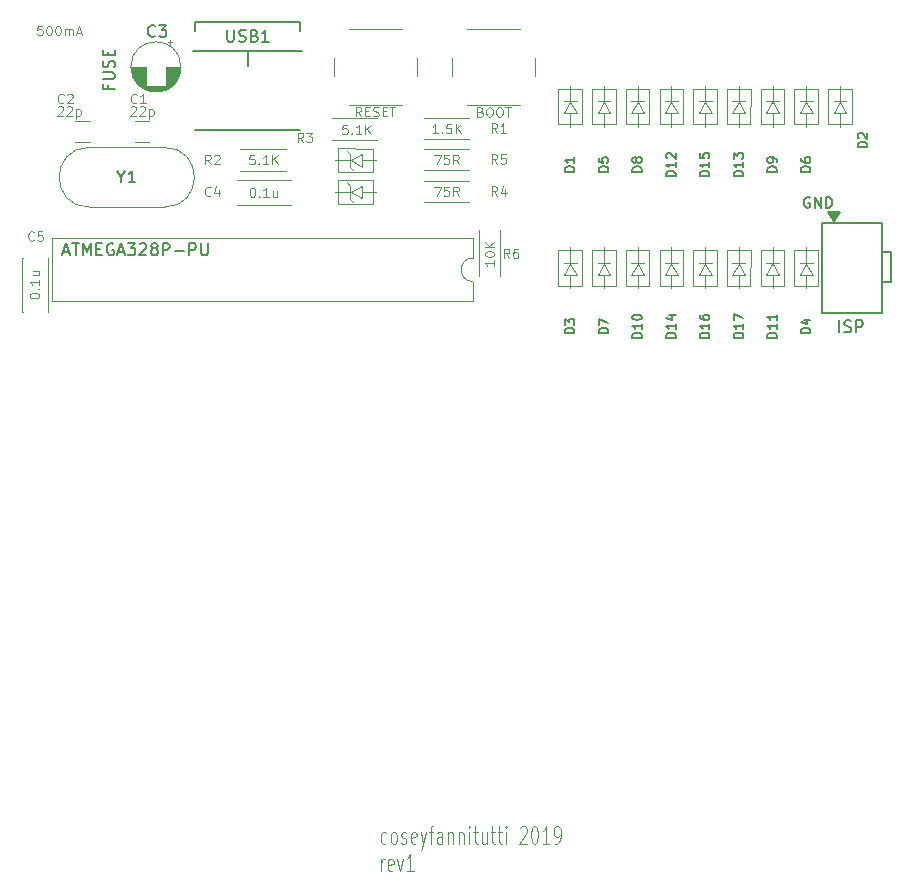
<source format=gbr>
G04 #@! TF.GenerationSoftware,KiCad,Pcbnew,(5.0.0)*
G04 #@! TF.CreationDate,2019-08-26T00:29:33-04:00*
G04 #@! TF.ProjectId,discipad-pcb,64697363697061642D7063622E6B6963,rev?*
G04 #@! TF.SameCoordinates,Original*
G04 #@! TF.FileFunction,Legend,Top*
G04 #@! TF.FilePolarity,Positive*
%FSLAX46Y46*%
G04 Gerber Fmt 4.6, Leading zero omitted, Abs format (unit mm)*
G04 Created by KiCad (PCBNEW (5.0.0)) date 08/26/19 00:29:33*
%MOMM*%
%LPD*%
G01*
G04 APERTURE LIST*
%ADD10C,0.150000*%
%ADD11C,0.120000*%
%ADD12C,0.100000*%
%ADD13C,0.075000*%
%ADD14C,0.203200*%
%ADD15C,0.200000*%
G04 APERTURE END LIST*
D10*
X177500009Y-41396920D02*
X177500009Y-40396920D01*
X177928580Y-41349301D02*
X178071438Y-41396920D01*
X178309533Y-41396920D01*
X178404771Y-41349301D01*
X178452390Y-41301682D01*
X178500009Y-41206444D01*
X178500009Y-41111206D01*
X178452390Y-41015968D01*
X178404771Y-40968349D01*
X178309533Y-40920730D01*
X178119057Y-40873111D01*
X178023819Y-40825492D01*
X177976200Y-40777873D01*
X177928580Y-40682635D01*
X177928580Y-40587397D01*
X177976200Y-40492159D01*
X178023819Y-40444540D01*
X178119057Y-40396920D01*
X178357152Y-40396920D01*
X178500009Y-40444540D01*
X178928580Y-41396920D02*
X178928580Y-40396920D01*
X179309533Y-40396920D01*
X179404771Y-40444540D01*
X179452390Y-40492159D01*
X179500009Y-40587397D01*
X179500009Y-40730254D01*
X179452390Y-40825492D01*
X179404771Y-40873111D01*
X179309533Y-40920730D01*
X178928580Y-40920730D01*
G36*
X177058889Y-31968237D02*
X176533959Y-31180842D01*
X177531326Y-31180842D01*
X177058889Y-31968237D01*
G37*
X177058889Y-31968237D02*
X176533959Y-31180842D01*
X177531326Y-31180842D01*
X177058889Y-31968237D01*
X175008356Y-29995940D02*
X174922642Y-29953082D01*
X174794071Y-29953082D01*
X174665499Y-29995940D01*
X174579785Y-30081654D01*
X174536928Y-30167368D01*
X174494071Y-30338797D01*
X174494071Y-30467368D01*
X174536928Y-30638797D01*
X174579785Y-30724511D01*
X174665499Y-30810225D01*
X174794071Y-30853082D01*
X174879785Y-30853082D01*
X175008356Y-30810225D01*
X175051213Y-30767368D01*
X175051213Y-30467368D01*
X174879785Y-30467368D01*
X175436928Y-30853082D02*
X175436928Y-29953082D01*
X175951213Y-30853082D01*
X175951213Y-29953082D01*
X176379785Y-30853082D02*
X176379785Y-29953082D01*
X176594071Y-29953082D01*
X176722642Y-29995940D01*
X176808356Y-30081654D01*
X176851213Y-30167368D01*
X176894071Y-30338797D01*
X176894071Y-30467368D01*
X176851213Y-30638797D01*
X176808356Y-30724511D01*
X176722642Y-30810225D01*
X176594071Y-30853082D01*
X176379785Y-30853082D01*
D11*
X136064831Y-26291931D02*
X135802366Y-26029466D01*
X136324321Y-30340954D02*
X136061856Y-30078489D01*
X136061856Y-28976136D02*
X135799391Y-28713671D01*
X136324321Y-27663811D02*
X136061856Y-27401346D01*
D10*
X111793661Y-34585231D02*
X112269852Y-34585231D01*
X111698423Y-34870945D02*
X112031757Y-33870945D01*
X112365090Y-34870945D01*
X112555566Y-33870945D02*
X113126995Y-33870945D01*
X112841280Y-34870945D02*
X112841280Y-33870945D01*
X113460328Y-34870945D02*
X113460328Y-33870945D01*
X113793661Y-34585231D01*
X114126995Y-33870945D01*
X114126995Y-34870945D01*
X114603185Y-34347136D02*
X114936519Y-34347136D01*
X115079376Y-34870945D02*
X114603185Y-34870945D01*
X114603185Y-33870945D01*
X115079376Y-33870945D01*
X116031757Y-33918565D02*
X115936519Y-33870945D01*
X115793661Y-33870945D01*
X115650804Y-33918565D01*
X115555566Y-34013803D01*
X115507947Y-34109041D01*
X115460328Y-34299517D01*
X115460328Y-34442374D01*
X115507947Y-34632850D01*
X115555566Y-34728088D01*
X115650804Y-34823326D01*
X115793661Y-34870945D01*
X115888899Y-34870945D01*
X116031757Y-34823326D01*
X116079376Y-34775707D01*
X116079376Y-34442374D01*
X115888899Y-34442374D01*
X116460328Y-34585231D02*
X116936519Y-34585231D01*
X116365090Y-34870945D02*
X116698423Y-33870945D01*
X117031757Y-34870945D01*
X117269852Y-33870945D02*
X117888899Y-33870945D01*
X117555566Y-34251898D01*
X117698423Y-34251898D01*
X117793661Y-34299517D01*
X117841280Y-34347136D01*
X117888899Y-34442374D01*
X117888899Y-34680469D01*
X117841280Y-34775707D01*
X117793661Y-34823326D01*
X117698423Y-34870945D01*
X117412709Y-34870945D01*
X117317471Y-34823326D01*
X117269852Y-34775707D01*
X118269852Y-33966184D02*
X118317471Y-33918565D01*
X118412709Y-33870945D01*
X118650804Y-33870945D01*
X118746042Y-33918565D01*
X118793661Y-33966184D01*
X118841280Y-34061422D01*
X118841280Y-34156660D01*
X118793661Y-34299517D01*
X118222233Y-34870945D01*
X118841280Y-34870945D01*
X119412709Y-34299517D02*
X119317471Y-34251898D01*
X119269852Y-34204279D01*
X119222233Y-34109041D01*
X119222233Y-34061422D01*
X119269852Y-33966184D01*
X119317471Y-33918565D01*
X119412709Y-33870945D01*
X119603185Y-33870945D01*
X119698423Y-33918565D01*
X119746042Y-33966184D01*
X119793661Y-34061422D01*
X119793661Y-34109041D01*
X119746042Y-34204279D01*
X119698423Y-34251898D01*
X119603185Y-34299517D01*
X119412709Y-34299517D01*
X119317471Y-34347136D01*
X119269852Y-34394755D01*
X119222233Y-34489993D01*
X119222233Y-34680469D01*
X119269852Y-34775707D01*
X119317471Y-34823326D01*
X119412709Y-34870945D01*
X119603185Y-34870945D01*
X119698423Y-34823326D01*
X119746042Y-34775707D01*
X119793661Y-34680469D01*
X119793661Y-34489993D01*
X119746042Y-34394755D01*
X119698423Y-34347136D01*
X119603185Y-34299517D01*
X120222233Y-34870945D02*
X120222233Y-33870945D01*
X120603185Y-33870945D01*
X120698423Y-33918565D01*
X120746042Y-33966184D01*
X120793661Y-34061422D01*
X120793661Y-34204279D01*
X120746042Y-34299517D01*
X120698423Y-34347136D01*
X120603185Y-34394755D01*
X120222233Y-34394755D01*
X121222233Y-34489993D02*
X121984138Y-34489993D01*
X122460328Y-34870945D02*
X122460328Y-33870945D01*
X122841280Y-33870945D01*
X122936519Y-33918565D01*
X122984138Y-33966184D01*
X123031757Y-34061422D01*
X123031757Y-34204279D01*
X122984138Y-34299517D01*
X122936519Y-34347136D01*
X122841280Y-34394755D01*
X122460328Y-34394755D01*
X123460328Y-33870945D02*
X123460328Y-34680469D01*
X123507947Y-34775707D01*
X123555566Y-34823326D01*
X123650804Y-34870945D01*
X123841280Y-34870945D01*
X123936519Y-34823326D01*
X123984138Y-34775707D01*
X124031757Y-34680469D01*
X124031757Y-33870945D01*
D12*
X147122344Y-22725252D02*
X147236630Y-22763347D01*
X147274725Y-22801442D01*
X147312820Y-22877633D01*
X147312820Y-22991918D01*
X147274725Y-23068109D01*
X147236630Y-23106204D01*
X147160439Y-23144299D01*
X146855678Y-23144299D01*
X146855678Y-22344299D01*
X147122344Y-22344299D01*
X147198535Y-22382395D01*
X147236630Y-22420490D01*
X147274725Y-22496680D01*
X147274725Y-22572871D01*
X147236630Y-22649061D01*
X147198535Y-22687156D01*
X147122344Y-22725252D01*
X146855678Y-22725252D01*
X147808059Y-22344299D02*
X147960439Y-22344299D01*
X148036630Y-22382395D01*
X148112820Y-22458585D01*
X148150916Y-22610966D01*
X148150916Y-22877633D01*
X148112820Y-23030014D01*
X148036630Y-23106204D01*
X147960439Y-23144299D01*
X147808059Y-23144299D01*
X147731868Y-23106204D01*
X147655678Y-23030014D01*
X147617582Y-22877633D01*
X147617582Y-22610966D01*
X147655678Y-22458585D01*
X147731868Y-22382395D01*
X147808059Y-22344299D01*
X148646154Y-22344299D02*
X148798535Y-22344299D01*
X148874725Y-22382395D01*
X148950916Y-22458585D01*
X148989011Y-22610966D01*
X148989011Y-22877633D01*
X148950916Y-23030014D01*
X148874725Y-23106204D01*
X148798535Y-23144299D01*
X148646154Y-23144299D01*
X148569963Y-23106204D01*
X148493773Y-23030014D01*
X148455678Y-22877633D01*
X148455678Y-22610966D01*
X148493773Y-22458585D01*
X148569963Y-22382395D01*
X148646154Y-22344299D01*
X149217582Y-22344299D02*
X149674725Y-22344299D01*
X149446154Y-23144299D02*
X149446154Y-22344299D01*
X137002302Y-23126801D02*
X136735635Y-22745849D01*
X136545159Y-23126801D02*
X136545159Y-22326801D01*
X136849921Y-22326801D01*
X136926111Y-22364897D01*
X136964207Y-22402992D01*
X137002302Y-22479182D01*
X137002302Y-22593468D01*
X136964207Y-22669658D01*
X136926111Y-22707754D01*
X136849921Y-22745849D01*
X136545159Y-22745849D01*
X137345159Y-22707754D02*
X137611826Y-22707754D01*
X137726111Y-23126801D02*
X137345159Y-23126801D01*
X137345159Y-22326801D01*
X137726111Y-22326801D01*
X138030873Y-23088706D02*
X138145159Y-23126801D01*
X138335635Y-23126801D01*
X138411826Y-23088706D01*
X138449921Y-23050611D01*
X138488016Y-22974420D01*
X138488016Y-22898230D01*
X138449921Y-22822039D01*
X138411826Y-22783944D01*
X138335635Y-22745849D01*
X138183254Y-22707754D01*
X138107064Y-22669658D01*
X138068968Y-22631563D01*
X138030873Y-22555373D01*
X138030873Y-22479182D01*
X138068968Y-22402992D01*
X138107064Y-22364897D01*
X138183254Y-22326801D01*
X138373730Y-22326801D01*
X138488016Y-22364897D01*
X138830873Y-22707754D02*
X139097540Y-22707754D01*
X139211826Y-23126801D02*
X138830873Y-23126801D01*
X138830873Y-22326801D01*
X139211826Y-22326801D01*
X139440397Y-22326801D02*
X139897540Y-22326801D01*
X139668968Y-23126801D02*
X139668968Y-22326801D01*
D13*
X139139457Y-84640781D02*
X139044219Y-84712210D01*
X138853743Y-84712210D01*
X138758505Y-84640781D01*
X138710886Y-84569353D01*
X138663267Y-84426496D01*
X138663267Y-83997924D01*
X138710886Y-83855067D01*
X138758505Y-83783639D01*
X138853743Y-83712210D01*
X139044219Y-83712210D01*
X139139457Y-83783639D01*
X139710886Y-84712210D02*
X139615648Y-84640781D01*
X139568029Y-84569353D01*
X139520410Y-84426496D01*
X139520410Y-83997924D01*
X139568029Y-83855067D01*
X139615648Y-83783639D01*
X139710886Y-83712210D01*
X139853743Y-83712210D01*
X139948981Y-83783639D01*
X139996600Y-83855067D01*
X140044219Y-83997924D01*
X140044219Y-84426496D01*
X139996600Y-84569353D01*
X139948981Y-84640781D01*
X139853743Y-84712210D01*
X139710886Y-84712210D01*
X140425171Y-84640781D02*
X140520410Y-84712210D01*
X140710886Y-84712210D01*
X140806124Y-84640781D01*
X140853743Y-84497924D01*
X140853743Y-84426496D01*
X140806124Y-84283639D01*
X140710886Y-84212210D01*
X140568029Y-84212210D01*
X140472791Y-84140781D01*
X140425171Y-83997924D01*
X140425171Y-83926496D01*
X140472791Y-83783639D01*
X140568029Y-83712210D01*
X140710886Y-83712210D01*
X140806124Y-83783639D01*
X141663267Y-84640781D02*
X141568029Y-84712210D01*
X141377552Y-84712210D01*
X141282314Y-84640781D01*
X141234695Y-84497924D01*
X141234695Y-83926496D01*
X141282314Y-83783639D01*
X141377552Y-83712210D01*
X141568029Y-83712210D01*
X141663267Y-83783639D01*
X141710886Y-83926496D01*
X141710886Y-84069353D01*
X141234695Y-84212210D01*
X142044219Y-83712210D02*
X142282314Y-84712210D01*
X142520410Y-83712210D02*
X142282314Y-84712210D01*
X142187076Y-85069353D01*
X142139457Y-85140781D01*
X142044219Y-85212210D01*
X142758505Y-83712210D02*
X143139457Y-83712210D01*
X142901362Y-84712210D02*
X142901362Y-83426496D01*
X142948981Y-83283639D01*
X143044219Y-83212210D01*
X143139457Y-83212210D01*
X143901362Y-84712210D02*
X143901362Y-83926496D01*
X143853743Y-83783639D01*
X143758505Y-83712210D01*
X143568029Y-83712210D01*
X143472791Y-83783639D01*
X143901362Y-84640781D02*
X143806124Y-84712210D01*
X143568029Y-84712210D01*
X143472791Y-84640781D01*
X143425171Y-84497924D01*
X143425171Y-84355067D01*
X143472791Y-84212210D01*
X143568029Y-84140781D01*
X143806124Y-84140781D01*
X143901362Y-84069353D01*
X144377552Y-83712210D02*
X144377552Y-84712210D01*
X144377552Y-83855067D02*
X144425171Y-83783639D01*
X144520410Y-83712210D01*
X144663267Y-83712210D01*
X144758505Y-83783639D01*
X144806124Y-83926496D01*
X144806124Y-84712210D01*
X145282314Y-83712210D02*
X145282314Y-84712210D01*
X145282314Y-83855067D02*
X145329933Y-83783639D01*
X145425171Y-83712210D01*
X145568029Y-83712210D01*
X145663267Y-83783639D01*
X145710886Y-83926496D01*
X145710886Y-84712210D01*
X146187076Y-84712210D02*
X146187076Y-83712210D01*
X146187076Y-83212210D02*
X146139457Y-83283639D01*
X146187076Y-83355067D01*
X146234695Y-83283639D01*
X146187076Y-83212210D01*
X146187076Y-83355067D01*
X146520410Y-83712210D02*
X146901362Y-83712210D01*
X146663267Y-83212210D02*
X146663267Y-84497924D01*
X146710886Y-84640781D01*
X146806124Y-84712210D01*
X146901362Y-84712210D01*
X147663267Y-83712210D02*
X147663267Y-84712210D01*
X147234695Y-83712210D02*
X147234695Y-84497924D01*
X147282314Y-84640781D01*
X147377552Y-84712210D01*
X147520410Y-84712210D01*
X147615648Y-84640781D01*
X147663267Y-84569353D01*
X147996600Y-83712210D02*
X148377552Y-83712210D01*
X148139457Y-83212210D02*
X148139457Y-84497924D01*
X148187076Y-84640781D01*
X148282314Y-84712210D01*
X148377552Y-84712210D01*
X148568029Y-83712210D02*
X148948981Y-83712210D01*
X148710886Y-83212210D02*
X148710886Y-84497924D01*
X148758505Y-84640781D01*
X148853743Y-84712210D01*
X148948981Y-84712210D01*
X149282314Y-84712210D02*
X149282314Y-83712210D01*
X149282314Y-83212210D02*
X149234695Y-83283639D01*
X149282314Y-83355067D01*
X149329933Y-83283639D01*
X149282314Y-83212210D01*
X149282314Y-83355067D01*
X150472791Y-83355067D02*
X150520410Y-83283639D01*
X150615648Y-83212210D01*
X150853743Y-83212210D01*
X150948981Y-83283639D01*
X150996600Y-83355067D01*
X151044219Y-83497924D01*
X151044219Y-83640781D01*
X150996600Y-83855067D01*
X150425171Y-84712210D01*
X151044219Y-84712210D01*
X151663267Y-83212210D02*
X151758505Y-83212210D01*
X151853743Y-83283639D01*
X151901362Y-83355067D01*
X151948981Y-83497924D01*
X151996600Y-83783639D01*
X151996600Y-84140781D01*
X151948981Y-84426496D01*
X151901362Y-84569353D01*
X151853743Y-84640781D01*
X151758505Y-84712210D01*
X151663267Y-84712210D01*
X151568029Y-84640781D01*
X151520410Y-84569353D01*
X151472791Y-84426496D01*
X151425171Y-84140781D01*
X151425171Y-83783639D01*
X151472791Y-83497924D01*
X151520410Y-83355067D01*
X151568029Y-83283639D01*
X151663267Y-83212210D01*
X152948981Y-84712210D02*
X152377552Y-84712210D01*
X152663267Y-84712210D02*
X152663267Y-83212210D01*
X152568029Y-83426496D01*
X152472791Y-83569353D01*
X152377552Y-83640781D01*
X153425171Y-84712210D02*
X153615648Y-84712210D01*
X153710886Y-84640781D01*
X153758505Y-84569353D01*
X153853743Y-84355067D01*
X153901362Y-84069353D01*
X153901362Y-83497924D01*
X153853743Y-83355067D01*
X153806124Y-83283639D01*
X153710886Y-83212210D01*
X153520410Y-83212210D01*
X153425171Y-83283639D01*
X153377552Y-83355067D01*
X153329933Y-83497924D01*
X153329933Y-83855067D01*
X153377552Y-83997924D01*
X153425171Y-84069353D01*
X153520410Y-84140781D01*
X153710886Y-84140781D01*
X153806124Y-84069353D01*
X153853743Y-83997924D01*
X153901362Y-83855067D01*
X138710886Y-87037210D02*
X138710886Y-86037210D01*
X138710886Y-86322924D02*
X138758505Y-86180067D01*
X138806124Y-86108639D01*
X138901362Y-86037210D01*
X138996600Y-86037210D01*
X139710886Y-86965781D02*
X139615648Y-87037210D01*
X139425171Y-87037210D01*
X139329933Y-86965781D01*
X139282314Y-86822924D01*
X139282314Y-86251496D01*
X139329933Y-86108639D01*
X139425171Y-86037210D01*
X139615648Y-86037210D01*
X139710886Y-86108639D01*
X139758505Y-86251496D01*
X139758505Y-86394353D01*
X139282314Y-86537210D01*
X140091838Y-86037210D02*
X140329933Y-87037210D01*
X140568029Y-86037210D01*
X141472791Y-87037210D02*
X140901362Y-87037210D01*
X141187076Y-87037210D02*
X141187076Y-85537210D01*
X141091838Y-85751496D01*
X140996600Y-85894353D01*
X140901362Y-85965781D01*
D11*
G04 #@! TO.C,BOOT1*
X151720929Y-19693091D02*
X151720929Y-18193091D01*
X150470929Y-15693091D02*
X145970929Y-15693091D01*
X144720929Y-18193091D02*
X144720929Y-19693091D01*
X145970929Y-22193091D02*
X150470929Y-22193091D01*
G04 #@! TO.C,D2*
X176550923Y-20797330D02*
X176550923Y-23767330D01*
X178550923Y-20787330D02*
X178540923Y-23777330D01*
X176550923Y-23777330D02*
X178540923Y-23777330D01*
X177560923Y-23987330D02*
X177560923Y-22867330D01*
X177560923Y-20527330D02*
X177560923Y-21807330D01*
X176550923Y-20787330D02*
X178550923Y-20787330D01*
X177560923Y-21917330D02*
X178100923Y-22867330D01*
X177550923Y-21927330D02*
X177020923Y-22837330D01*
X177020923Y-22867330D02*
X178100923Y-22867330D01*
X177020923Y-21817330D02*
X178100923Y-21817330D01*
G04 #@! TO.C,D4*
X173696610Y-34478743D02*
X173696610Y-37448743D01*
X175696610Y-34468743D02*
X175686610Y-37458743D01*
X173696610Y-37458743D02*
X175686610Y-37458743D01*
X174706610Y-37668743D02*
X174706610Y-36548743D01*
X174706610Y-34208743D02*
X174706610Y-35488743D01*
X173696610Y-34468743D02*
X175696610Y-34468743D01*
X174706610Y-35598743D02*
X175246610Y-36548743D01*
X174696610Y-35608743D02*
X174166610Y-36518743D01*
X174166610Y-36548743D02*
X175246610Y-36548743D01*
X174166610Y-35498743D02*
X175246610Y-35498743D01*
G04 #@! TO.C,D11*
X170842297Y-34478743D02*
X170842297Y-37448743D01*
X172842297Y-34468743D02*
X172832297Y-37458743D01*
X170842297Y-37458743D02*
X172832297Y-37458743D01*
X171852297Y-37668743D02*
X171852297Y-36548743D01*
X171852297Y-34208743D02*
X171852297Y-35488743D01*
X170842297Y-34468743D02*
X172842297Y-34468743D01*
X171852297Y-35598743D02*
X172392297Y-36548743D01*
X171842297Y-35608743D02*
X171312297Y-36518743D01*
X171312297Y-36548743D02*
X172392297Y-36548743D01*
X171312297Y-35498743D02*
X172392297Y-35498743D01*
G04 #@! TO.C,D17*
X167987991Y-34478743D02*
X167987991Y-37448743D01*
X169987991Y-34468743D02*
X169977991Y-37458743D01*
X167987991Y-37458743D02*
X169977991Y-37458743D01*
X168997991Y-37668743D02*
X168997991Y-36548743D01*
X168997991Y-34208743D02*
X168997991Y-35488743D01*
X167987991Y-34468743D02*
X169987991Y-34468743D01*
X168997991Y-35598743D02*
X169537991Y-36548743D01*
X168987991Y-35608743D02*
X168457991Y-36518743D01*
X168457991Y-36548743D02*
X169537991Y-36548743D01*
X168457991Y-35498743D02*
X169537991Y-35498743D01*
G04 #@! TO.C,D16*
X165133685Y-34478743D02*
X165133685Y-37448743D01*
X167133685Y-34468743D02*
X167123685Y-37458743D01*
X165133685Y-37458743D02*
X167123685Y-37458743D01*
X166143685Y-37668743D02*
X166143685Y-36548743D01*
X166143685Y-34208743D02*
X166143685Y-35488743D01*
X165133685Y-34468743D02*
X167133685Y-34468743D01*
X166143685Y-35598743D02*
X166683685Y-36548743D01*
X166133685Y-35608743D02*
X165603685Y-36518743D01*
X165603685Y-36548743D02*
X166683685Y-36548743D01*
X165603685Y-35498743D02*
X166683685Y-35498743D01*
G04 #@! TO.C,D14*
X162279379Y-34478743D02*
X162279379Y-37448743D01*
X164279379Y-34468743D02*
X164269379Y-37458743D01*
X162279379Y-37458743D02*
X164269379Y-37458743D01*
X163289379Y-37668743D02*
X163289379Y-36548743D01*
X163289379Y-34208743D02*
X163289379Y-35488743D01*
X162279379Y-34468743D02*
X164279379Y-34468743D01*
X163289379Y-35598743D02*
X163829379Y-36548743D01*
X163279379Y-35608743D02*
X162749379Y-36518743D01*
X162749379Y-36548743D02*
X163829379Y-36548743D01*
X162749379Y-35498743D02*
X163829379Y-35498743D01*
G04 #@! TO.C,D10*
X159425073Y-34478743D02*
X159425073Y-37448743D01*
X161425073Y-34468743D02*
X161415073Y-37458743D01*
X159425073Y-37458743D02*
X161415073Y-37458743D01*
X160435073Y-37668743D02*
X160435073Y-36548743D01*
X160435073Y-34208743D02*
X160435073Y-35488743D01*
X159425073Y-34468743D02*
X161425073Y-34468743D01*
X160435073Y-35598743D02*
X160975073Y-36548743D01*
X160425073Y-35608743D02*
X159895073Y-36518743D01*
X159895073Y-36548743D02*
X160975073Y-36548743D01*
X159895073Y-35498743D02*
X160975073Y-35498743D01*
G04 #@! TO.C,D7*
X156570767Y-34478743D02*
X156570767Y-37448743D01*
X158570767Y-34468743D02*
X158560767Y-37458743D01*
X156570767Y-37458743D02*
X158560767Y-37458743D01*
X157580767Y-37668743D02*
X157580767Y-36548743D01*
X157580767Y-34208743D02*
X157580767Y-35488743D01*
X156570767Y-34468743D02*
X158570767Y-34468743D01*
X157580767Y-35598743D02*
X158120767Y-36548743D01*
X157570767Y-35608743D02*
X157040767Y-36518743D01*
X157040767Y-36548743D02*
X158120767Y-36548743D01*
X157040767Y-35498743D02*
X158120767Y-35498743D01*
G04 #@! TO.C,D3*
X153716461Y-34478743D02*
X153716461Y-37448743D01*
X155716461Y-34468743D02*
X155706461Y-37458743D01*
X153716461Y-37458743D02*
X155706461Y-37458743D01*
X154726461Y-37668743D02*
X154726461Y-36548743D01*
X154726461Y-34208743D02*
X154726461Y-35488743D01*
X153716461Y-34468743D02*
X155716461Y-34468743D01*
X154726461Y-35598743D02*
X155266461Y-36548743D01*
X154716461Y-35608743D02*
X154186461Y-36518743D01*
X154186461Y-36548743D02*
X155266461Y-36548743D01*
X154186461Y-35498743D02*
X155266461Y-35498743D01*
G04 #@! TO.C,D6*
X173696610Y-20797330D02*
X173696610Y-23767330D01*
X175696610Y-20787330D02*
X175686610Y-23777330D01*
X173696610Y-23777330D02*
X175686610Y-23777330D01*
X174706610Y-23987330D02*
X174706610Y-22867330D01*
X174706610Y-20527330D02*
X174706610Y-21807330D01*
X173696610Y-20787330D02*
X175696610Y-20787330D01*
X174706610Y-21917330D02*
X175246610Y-22867330D01*
X174696610Y-21927330D02*
X174166610Y-22837330D01*
X174166610Y-22867330D02*
X175246610Y-22867330D01*
X174166610Y-21817330D02*
X175246610Y-21817330D01*
G04 #@! TO.C,D9*
X170842297Y-20797330D02*
X170842297Y-23767330D01*
X172842297Y-20787330D02*
X172832297Y-23777330D01*
X170842297Y-23777330D02*
X172832297Y-23777330D01*
X171852297Y-23987330D02*
X171852297Y-22867330D01*
X171852297Y-20527330D02*
X171852297Y-21807330D01*
X170842297Y-20787330D02*
X172842297Y-20787330D01*
X171852297Y-21917330D02*
X172392297Y-22867330D01*
X171842297Y-21927330D02*
X171312297Y-22837330D01*
X171312297Y-22867330D02*
X172392297Y-22867330D01*
X171312297Y-21817330D02*
X172392297Y-21817330D01*
G04 #@! TO.C,D13*
X167987991Y-20797330D02*
X167987991Y-23767330D01*
X169987991Y-20787330D02*
X169977991Y-23777330D01*
X167987991Y-23777330D02*
X169977991Y-23777330D01*
X168997991Y-23987330D02*
X168997991Y-22867330D01*
X168997991Y-20527330D02*
X168997991Y-21807330D01*
X167987991Y-20787330D02*
X169987991Y-20787330D01*
X168997991Y-21917330D02*
X169537991Y-22867330D01*
X168987991Y-21927330D02*
X168457991Y-22837330D01*
X168457991Y-22867330D02*
X169537991Y-22867330D01*
X168457991Y-21817330D02*
X169537991Y-21817330D01*
G04 #@! TO.C,D15*
X165133685Y-20797330D02*
X165133685Y-23767330D01*
X167133685Y-20787330D02*
X167123685Y-23777330D01*
X165133685Y-23777330D02*
X167123685Y-23777330D01*
X166143685Y-23987330D02*
X166143685Y-22867330D01*
X166143685Y-20527330D02*
X166143685Y-21807330D01*
X165133685Y-20787330D02*
X167133685Y-20787330D01*
X166143685Y-21917330D02*
X166683685Y-22867330D01*
X166133685Y-21927330D02*
X165603685Y-22837330D01*
X165603685Y-22867330D02*
X166683685Y-22867330D01*
X165603685Y-21817330D02*
X166683685Y-21817330D01*
G04 #@! TO.C,D12*
X162279379Y-20797330D02*
X162279379Y-23767330D01*
X164279379Y-20787330D02*
X164269379Y-23777330D01*
X162279379Y-23777330D02*
X164269379Y-23777330D01*
X163289379Y-23987330D02*
X163289379Y-22867330D01*
X163289379Y-20527330D02*
X163289379Y-21807330D01*
X162279379Y-20787330D02*
X164279379Y-20787330D01*
X163289379Y-21917330D02*
X163829379Y-22867330D01*
X163279379Y-21927330D02*
X162749379Y-22837330D01*
X162749379Y-22867330D02*
X163829379Y-22867330D01*
X162749379Y-21817330D02*
X163829379Y-21817330D01*
G04 #@! TO.C,D8*
X159425073Y-20797330D02*
X159425073Y-23767330D01*
X161425073Y-20787330D02*
X161415073Y-23777330D01*
X159425073Y-23777330D02*
X161415073Y-23777330D01*
X160435073Y-23987330D02*
X160435073Y-22867330D01*
X160435073Y-20527330D02*
X160435073Y-21807330D01*
X159425073Y-20787330D02*
X161425073Y-20787330D01*
X160435073Y-21917330D02*
X160975073Y-22867330D01*
X160425073Y-21927330D02*
X159895073Y-22837330D01*
X159895073Y-22867330D02*
X160975073Y-22867330D01*
X159895073Y-21817330D02*
X160975073Y-21817330D01*
G04 #@! TO.C,D5*
X156570767Y-20797330D02*
X156570767Y-23767330D01*
X158570767Y-20787330D02*
X158560767Y-23777330D01*
X156570767Y-23777330D02*
X158560767Y-23777330D01*
X157580767Y-23987330D02*
X157580767Y-22867330D01*
X157580767Y-20527330D02*
X157580767Y-21807330D01*
X156570767Y-20787330D02*
X158570767Y-20787330D01*
X157580767Y-21917330D02*
X158120767Y-22867330D01*
X157570767Y-21927330D02*
X157040767Y-22837330D01*
X157040767Y-22867330D02*
X158120767Y-22867330D01*
X157040767Y-21817330D02*
X158120767Y-21817330D01*
G04 #@! TO.C,D1*
X153716461Y-20797330D02*
X153716461Y-23767330D01*
X155716461Y-20787330D02*
X155706461Y-23777330D01*
X153716461Y-23777330D02*
X155706461Y-23777330D01*
X154726461Y-23987330D02*
X154726461Y-22867330D01*
X154726461Y-20527330D02*
X154726461Y-21807330D01*
X153716461Y-20787330D02*
X155716461Y-20787330D01*
X154726461Y-21917330D02*
X155266461Y-22867330D01*
X154716461Y-21927330D02*
X154186461Y-22837330D01*
X154186461Y-22867330D02*
X155266461Y-22867330D01*
X154186461Y-21817330D02*
X155266461Y-21817330D01*
G04 #@! TO.C,D18*
X135044831Y-30536623D02*
X138014831Y-30536623D01*
X135034831Y-28536623D02*
X138024831Y-28546623D01*
X138024831Y-30536623D02*
X138024831Y-28546623D01*
X138234831Y-29526623D02*
X137114831Y-29526623D01*
X134774831Y-29526623D02*
X136054831Y-29526623D01*
X135034831Y-30536623D02*
X135034831Y-28536623D01*
X136164831Y-29526623D02*
X137114831Y-28986623D01*
X136174831Y-29536623D02*
X137084831Y-30066623D01*
X137114831Y-30066623D02*
X137114831Y-28986623D01*
X136064831Y-30066623D02*
X136064831Y-28986623D01*
G04 #@! TO.C,D19*
X135044831Y-27841931D02*
X138014831Y-27841931D01*
X135034831Y-25841931D02*
X138024831Y-25851931D01*
X138024831Y-27841931D02*
X138024831Y-25851931D01*
X138234831Y-26831931D02*
X137114831Y-26831931D01*
X134774831Y-26831931D02*
X136054831Y-26831931D01*
X135034831Y-27841931D02*
X135034831Y-25841931D01*
X136164831Y-26831931D02*
X137114831Y-26291931D01*
X136174831Y-26841931D02*
X137084831Y-27371931D01*
X137114831Y-27371931D02*
X137114831Y-26291931D01*
X136064831Y-27371931D02*
X136064831Y-26291931D01*
G04 #@! TO.C,C1*
X117840101Y-23489709D02*
X119098101Y-23489709D01*
X117840101Y-25329709D02*
X119098101Y-25329709D01*
G04 #@! TO.C,C2*
X114043393Y-23472211D02*
X112785393Y-23472211D01*
X114043393Y-25312211D02*
X112785393Y-25312211D01*
G04 #@! TO.C,C3*
X121753825Y-18930421D02*
G75*
G03X121753825Y-18930421I-2120000J0D01*
G01*
X118793825Y-18930421D02*
X117553825Y-18930421D01*
X121713825Y-18930421D02*
X120473825Y-18930421D01*
X118793825Y-18970421D02*
X117553825Y-18970421D01*
X121713825Y-18970421D02*
X120473825Y-18970421D01*
X118793825Y-19010421D02*
X117554825Y-19010421D01*
X121712825Y-19010421D02*
X120473825Y-19010421D01*
X121710825Y-19050421D02*
X120473825Y-19050421D01*
X118793825Y-19050421D02*
X117556825Y-19050421D01*
X121707825Y-19090421D02*
X120473825Y-19090421D01*
X118793825Y-19090421D02*
X117559825Y-19090421D01*
X121704825Y-19130421D02*
X120473825Y-19130421D01*
X118793825Y-19130421D02*
X117562825Y-19130421D01*
X121700825Y-19170421D02*
X120473825Y-19170421D01*
X118793825Y-19170421D02*
X117566825Y-19170421D01*
X121695825Y-19210421D02*
X120473825Y-19210421D01*
X118793825Y-19210421D02*
X117571825Y-19210421D01*
X121689825Y-19250421D02*
X120473825Y-19250421D01*
X118793825Y-19250421D02*
X117577825Y-19250421D01*
X121683825Y-19290421D02*
X120473825Y-19290421D01*
X118793825Y-19290421D02*
X117583825Y-19290421D01*
X121675825Y-19330421D02*
X120473825Y-19330421D01*
X118793825Y-19330421D02*
X117591825Y-19330421D01*
X121667825Y-19370421D02*
X120473825Y-19370421D01*
X118793825Y-19370421D02*
X117599825Y-19370421D01*
X121658825Y-19410421D02*
X120473825Y-19410421D01*
X118793825Y-19410421D02*
X117608825Y-19410421D01*
X121649825Y-19450421D02*
X120473825Y-19450421D01*
X118793825Y-19450421D02*
X117617825Y-19450421D01*
X121638825Y-19490421D02*
X120473825Y-19490421D01*
X118793825Y-19490421D02*
X117628825Y-19490421D01*
X121627825Y-19530421D02*
X120473825Y-19530421D01*
X118793825Y-19530421D02*
X117639825Y-19530421D01*
X121615825Y-19570421D02*
X120473825Y-19570421D01*
X118793825Y-19570421D02*
X117651825Y-19570421D01*
X121601825Y-19610421D02*
X120473825Y-19610421D01*
X118793825Y-19610421D02*
X117665825Y-19610421D01*
X121587825Y-19651421D02*
X120473825Y-19651421D01*
X118793825Y-19651421D02*
X117679825Y-19651421D01*
X121573825Y-19691421D02*
X120473825Y-19691421D01*
X118793825Y-19691421D02*
X117693825Y-19691421D01*
X121557825Y-19731421D02*
X120473825Y-19731421D01*
X118793825Y-19731421D02*
X117709825Y-19731421D01*
X121540825Y-19771421D02*
X120473825Y-19771421D01*
X118793825Y-19771421D02*
X117726825Y-19771421D01*
X121522825Y-19811421D02*
X120473825Y-19811421D01*
X118793825Y-19811421D02*
X117744825Y-19811421D01*
X121503825Y-19851421D02*
X120473825Y-19851421D01*
X118793825Y-19851421D02*
X117763825Y-19851421D01*
X121484825Y-19891421D02*
X120473825Y-19891421D01*
X118793825Y-19891421D02*
X117782825Y-19891421D01*
X121463825Y-19931421D02*
X120473825Y-19931421D01*
X118793825Y-19931421D02*
X117803825Y-19931421D01*
X121441825Y-19971421D02*
X120473825Y-19971421D01*
X118793825Y-19971421D02*
X117825825Y-19971421D01*
X121418825Y-20011421D02*
X120473825Y-20011421D01*
X118793825Y-20011421D02*
X117848825Y-20011421D01*
X121393825Y-20051421D02*
X120473825Y-20051421D01*
X118793825Y-20051421D02*
X117873825Y-20051421D01*
X121368825Y-20091421D02*
X120473825Y-20091421D01*
X118793825Y-20091421D02*
X117898825Y-20091421D01*
X121341825Y-20131421D02*
X120473825Y-20131421D01*
X118793825Y-20131421D02*
X117925825Y-20131421D01*
X121313825Y-20171421D02*
X120473825Y-20171421D01*
X118793825Y-20171421D02*
X117953825Y-20171421D01*
X121283825Y-20211421D02*
X120473825Y-20211421D01*
X118793825Y-20211421D02*
X117983825Y-20211421D01*
X121252825Y-20251421D02*
X120473825Y-20251421D01*
X118793825Y-20251421D02*
X118014825Y-20251421D01*
X121220825Y-20291421D02*
X120473825Y-20291421D01*
X118793825Y-20291421D02*
X118046825Y-20291421D01*
X121185825Y-20331421D02*
X120473825Y-20331421D01*
X118793825Y-20331421D02*
X118081825Y-20331421D01*
X121149825Y-20371421D02*
X120473825Y-20371421D01*
X118793825Y-20371421D02*
X118117825Y-20371421D01*
X121111825Y-20411421D02*
X120473825Y-20411421D01*
X118793825Y-20411421D02*
X118155825Y-20411421D01*
X121071825Y-20451421D02*
X120473825Y-20451421D01*
X118793825Y-20451421D02*
X118195825Y-20451421D01*
X121029825Y-20491421D02*
X120473825Y-20491421D01*
X118793825Y-20491421D02*
X118237825Y-20491421D01*
X120984825Y-20531421D02*
X118282825Y-20531421D01*
X120937825Y-20571421D02*
X118329825Y-20571421D01*
X120887825Y-20611421D02*
X118379825Y-20611421D01*
X120833825Y-20651421D02*
X118433825Y-20651421D01*
X120775825Y-20691421D02*
X118491825Y-20691421D01*
X120713825Y-20731421D02*
X118553825Y-20731421D01*
X120646825Y-20771421D02*
X118620825Y-20771421D01*
X120573825Y-20811421D02*
X118693825Y-20811421D01*
X120492825Y-20851421D02*
X118774825Y-20851421D01*
X120401825Y-20891421D02*
X118865825Y-20891421D01*
X120297825Y-20931421D02*
X118969825Y-20931421D01*
X120170825Y-20971421D02*
X119096825Y-20971421D01*
X120003825Y-21011421D02*
X119263825Y-21011421D01*
X120828825Y-16660620D02*
X120828825Y-17060620D01*
X121028825Y-16860620D02*
X120628825Y-16860620D01*
G04 #@! TO.C,C4*
X126517493Y-28516619D02*
X126517493Y-28501619D01*
X126517493Y-30641619D02*
X126517493Y-30626619D01*
X131057493Y-28516619D02*
X131057493Y-28501619D01*
X131057493Y-30641619D02*
X131057493Y-30626619D01*
X131057493Y-28501619D02*
X126517493Y-28501619D01*
X131057493Y-30641619D02*
X126517493Y-30641619D01*
G04 #@! TO.C,C5*
X110484993Y-35138509D02*
X110484993Y-39678509D01*
X108344993Y-35138509D02*
X108344993Y-39678509D01*
X110484993Y-35138509D02*
X110469993Y-35138509D01*
X108359993Y-35138509D02*
X108344993Y-35138509D01*
X110484993Y-39678509D02*
X110469993Y-39678509D01*
X108359993Y-39678509D02*
X108344993Y-39678509D01*
G04 #@! TO.C,R1*
X146163959Y-23227239D02*
X142323959Y-23227239D01*
X146163959Y-25067239D02*
X142323959Y-25067239D01*
G04 #@! TO.C,R2*
X126798077Y-25921931D02*
X130638077Y-25921931D01*
X126798077Y-27761931D02*
X130638077Y-27761931D01*
G04 #@! TO.C,R3*
X134549691Y-23279733D02*
X138389691Y-23279733D01*
X134549691Y-25119733D02*
X138389691Y-25119733D01*
G04 #@! TO.C,R4*
X142323959Y-30404129D02*
X146163959Y-30404129D01*
X142323959Y-28564129D02*
X146163959Y-28564129D01*
G04 #@! TO.C,R5*
X146163959Y-25851939D02*
X142323959Y-25851939D01*
X146163959Y-27691939D02*
X142323959Y-27691939D01*
G04 #@! TO.C,R6*
X146955597Y-36615743D02*
X146955597Y-32775743D01*
X148795597Y-36615743D02*
X148795597Y-32775743D01*
G04 #@! TO.C,RESET1*
X135962073Y-22193091D02*
X140462073Y-22193091D01*
X134712073Y-18193091D02*
X134712073Y-19693091D01*
X140462073Y-15693091D02*
X135962073Y-15693091D01*
X141712073Y-19693091D02*
X141712073Y-18193091D01*
G04 #@! TO.C,U1*
X146493407Y-37111307D02*
G75*
G02X146493407Y-35111307I0J1000000D01*
G01*
X146493407Y-35111307D02*
X146493407Y-33461307D01*
X146493407Y-33461307D02*
X110813407Y-33461307D01*
X110813407Y-33461307D02*
X110813407Y-38761307D01*
X110813407Y-38761307D02*
X146493407Y-38761307D01*
X146493407Y-38761307D02*
X146493407Y-37111307D01*
D10*
G04 #@! TO.C,USB1*
X127402937Y-17602987D02*
X127402937Y-18872987D01*
X131877937Y-15092987D02*
X131882937Y-15852987D01*
X131877937Y-15092987D02*
X122927937Y-15092987D01*
X122922937Y-15852987D02*
X122927937Y-15092987D01*
X131877937Y-24262987D02*
X122927937Y-24262987D01*
X132027937Y-17602987D02*
X122777937Y-17602987D01*
D11*
G04 #@! TO.C,Y1*
X120376327Y-30801767D02*
X113976327Y-30801767D01*
X120376327Y-25751767D02*
X113976327Y-25751767D01*
X120376327Y-25751767D02*
G75*
G02X120376327Y-30801767I0J-2525000D01*
G01*
X113976327Y-25751767D02*
G75*
G03X113976327Y-30801767I0J-2525000D01*
G01*
D14*
G04 #@! TO.C,J1*
X181089591Y-39733393D02*
X176009591Y-39733393D01*
X176009591Y-32113393D02*
X181089591Y-32113393D01*
X176009591Y-39733393D02*
X176009591Y-32113393D01*
X181089591Y-32113393D02*
X181089591Y-39733393D01*
D15*
X181899591Y-34623393D02*
X181099591Y-34623393D01*
X181899591Y-37173393D02*
X181899591Y-34623393D01*
X181099591Y-37173393D02*
X181899591Y-37173393D01*
G04 #@! TO.C,D2*
D10*
X179887964Y-25734623D02*
X179087964Y-25734623D01*
X179087964Y-25544147D01*
X179126060Y-25429861D01*
X179202250Y-25353670D01*
X179278440Y-25315575D01*
X179430821Y-25277480D01*
X179545107Y-25277480D01*
X179697488Y-25315575D01*
X179773679Y-25353670D01*
X179849869Y-25429861D01*
X179887964Y-25544147D01*
X179887964Y-25734623D01*
X179164155Y-24972718D02*
X179126060Y-24934623D01*
X179087964Y-24858432D01*
X179087964Y-24667956D01*
X179126060Y-24591766D01*
X179164155Y-24553670D01*
X179240345Y-24515575D01*
X179316536Y-24515575D01*
X179430821Y-24553670D01*
X179887964Y-25010813D01*
X179887964Y-24515575D01*
G04 #@! TO.C,D4*
X175058514Y-41499219D02*
X174258514Y-41499219D01*
X174258514Y-41308743D01*
X174296610Y-41194457D01*
X174372800Y-41118266D01*
X174448990Y-41080171D01*
X174601371Y-41042076D01*
X174715657Y-41042076D01*
X174868038Y-41080171D01*
X174944229Y-41118266D01*
X175020419Y-41194457D01*
X175058514Y-41308743D01*
X175058514Y-41499219D01*
X174525181Y-40356362D02*
X175058514Y-40356362D01*
X174220419Y-40546838D02*
X174791848Y-40737314D01*
X174791848Y-40242076D01*
G04 #@! TO.C,D11*
X172204201Y-41880171D02*
X171404201Y-41880171D01*
X171404201Y-41689695D01*
X171442297Y-41575409D01*
X171518487Y-41499219D01*
X171594677Y-41461123D01*
X171747058Y-41423028D01*
X171861344Y-41423028D01*
X172013725Y-41461123D01*
X172089916Y-41499219D01*
X172166106Y-41575409D01*
X172204201Y-41689695D01*
X172204201Y-41880171D01*
X172204201Y-40661123D02*
X172204201Y-41118266D01*
X172204201Y-40889695D02*
X171404201Y-40889695D01*
X171518487Y-40965885D01*
X171594677Y-41042076D01*
X171632773Y-41118266D01*
X172204201Y-39899219D02*
X172204201Y-40356362D01*
X172204201Y-40127790D02*
X171404201Y-40127790D01*
X171518487Y-40203981D01*
X171594677Y-40280171D01*
X171632773Y-40356362D01*
G04 #@! TO.C,D17*
X169349895Y-41880171D02*
X168549895Y-41880171D01*
X168549895Y-41689695D01*
X168587991Y-41575409D01*
X168664181Y-41499219D01*
X168740371Y-41461123D01*
X168892752Y-41423028D01*
X169007038Y-41423028D01*
X169159419Y-41461123D01*
X169235610Y-41499219D01*
X169311800Y-41575409D01*
X169349895Y-41689695D01*
X169349895Y-41880171D01*
X169349895Y-40661123D02*
X169349895Y-41118266D01*
X169349895Y-40889695D02*
X168549895Y-40889695D01*
X168664181Y-40965885D01*
X168740371Y-41042076D01*
X168778467Y-41118266D01*
X168549895Y-40394457D02*
X168549895Y-39861123D01*
X169349895Y-40203981D01*
G04 #@! TO.C,D16*
X166495589Y-41880171D02*
X165695589Y-41880171D01*
X165695589Y-41689695D01*
X165733685Y-41575409D01*
X165809875Y-41499219D01*
X165886065Y-41461123D01*
X166038446Y-41423028D01*
X166152732Y-41423028D01*
X166305113Y-41461123D01*
X166381304Y-41499219D01*
X166457494Y-41575409D01*
X166495589Y-41689695D01*
X166495589Y-41880171D01*
X166495589Y-40661123D02*
X166495589Y-41118266D01*
X166495589Y-40889695D02*
X165695589Y-40889695D01*
X165809875Y-40965885D01*
X165886065Y-41042076D01*
X165924161Y-41118266D01*
X165695589Y-39975409D02*
X165695589Y-40127790D01*
X165733685Y-40203981D01*
X165771780Y-40242076D01*
X165886065Y-40318266D01*
X166038446Y-40356362D01*
X166343208Y-40356362D01*
X166419399Y-40318266D01*
X166457494Y-40280171D01*
X166495589Y-40203981D01*
X166495589Y-40051600D01*
X166457494Y-39975409D01*
X166419399Y-39937314D01*
X166343208Y-39899219D01*
X166152732Y-39899219D01*
X166076542Y-39937314D01*
X166038446Y-39975409D01*
X166000351Y-40051600D01*
X166000351Y-40203981D01*
X166038446Y-40280171D01*
X166076542Y-40318266D01*
X166152732Y-40356362D01*
G04 #@! TO.C,D14*
X163641283Y-41880171D02*
X162841283Y-41880171D01*
X162841283Y-41689695D01*
X162879379Y-41575409D01*
X162955569Y-41499219D01*
X163031759Y-41461123D01*
X163184140Y-41423028D01*
X163298426Y-41423028D01*
X163450807Y-41461123D01*
X163526998Y-41499219D01*
X163603188Y-41575409D01*
X163641283Y-41689695D01*
X163641283Y-41880171D01*
X163641283Y-40661123D02*
X163641283Y-41118266D01*
X163641283Y-40889695D02*
X162841283Y-40889695D01*
X162955569Y-40965885D01*
X163031759Y-41042076D01*
X163069855Y-41118266D01*
X163107950Y-39975409D02*
X163641283Y-39975409D01*
X162803188Y-40165885D02*
X163374617Y-40356362D01*
X163374617Y-39861123D01*
G04 #@! TO.C,D10*
X160786977Y-41880171D02*
X159986977Y-41880171D01*
X159986977Y-41689695D01*
X160025073Y-41575409D01*
X160101263Y-41499219D01*
X160177453Y-41461123D01*
X160329834Y-41423028D01*
X160444120Y-41423028D01*
X160596501Y-41461123D01*
X160672692Y-41499219D01*
X160748882Y-41575409D01*
X160786977Y-41689695D01*
X160786977Y-41880171D01*
X160786977Y-40661123D02*
X160786977Y-41118266D01*
X160786977Y-40889695D02*
X159986977Y-40889695D01*
X160101263Y-40965885D01*
X160177453Y-41042076D01*
X160215549Y-41118266D01*
X159986977Y-40165885D02*
X159986977Y-40089695D01*
X160025073Y-40013504D01*
X160063168Y-39975409D01*
X160139358Y-39937314D01*
X160291739Y-39899219D01*
X160482215Y-39899219D01*
X160634596Y-39937314D01*
X160710787Y-39975409D01*
X160748882Y-40013504D01*
X160786977Y-40089695D01*
X160786977Y-40165885D01*
X160748882Y-40242076D01*
X160710787Y-40280171D01*
X160634596Y-40318266D01*
X160482215Y-40356362D01*
X160291739Y-40356362D01*
X160139358Y-40318266D01*
X160063168Y-40280171D01*
X160025073Y-40242076D01*
X159986977Y-40165885D01*
G04 #@! TO.C,D7*
X157932671Y-41499219D02*
X157132671Y-41499219D01*
X157132671Y-41308743D01*
X157170767Y-41194457D01*
X157246957Y-41118266D01*
X157323147Y-41080171D01*
X157475528Y-41042076D01*
X157589814Y-41042076D01*
X157742195Y-41080171D01*
X157818386Y-41118266D01*
X157894576Y-41194457D01*
X157932671Y-41308743D01*
X157932671Y-41499219D01*
X157132671Y-40775409D02*
X157132671Y-40242076D01*
X157932671Y-40584933D01*
G04 #@! TO.C,D3*
X155078365Y-41499219D02*
X154278365Y-41499219D01*
X154278365Y-41308743D01*
X154316461Y-41194457D01*
X154392651Y-41118266D01*
X154468841Y-41080171D01*
X154621222Y-41042076D01*
X154735508Y-41042076D01*
X154887889Y-41080171D01*
X154964080Y-41118266D01*
X155040270Y-41194457D01*
X155078365Y-41308743D01*
X155078365Y-41499219D01*
X154278365Y-40775409D02*
X154278365Y-40280171D01*
X154583127Y-40546838D01*
X154583127Y-40432552D01*
X154621222Y-40356362D01*
X154659318Y-40318266D01*
X154735508Y-40280171D01*
X154925984Y-40280171D01*
X155002175Y-40318266D01*
X155040270Y-40356362D01*
X155078365Y-40432552D01*
X155078365Y-40661123D01*
X155040270Y-40737314D01*
X155002175Y-40775409D01*
G04 #@! TO.C,D6*
X175058514Y-27817806D02*
X174258514Y-27817806D01*
X174258514Y-27627330D01*
X174296610Y-27513044D01*
X174372800Y-27436853D01*
X174448990Y-27398758D01*
X174601371Y-27360663D01*
X174715657Y-27360663D01*
X174868038Y-27398758D01*
X174944229Y-27436853D01*
X175020419Y-27513044D01*
X175058514Y-27627330D01*
X175058514Y-27817806D01*
X174258514Y-26674949D02*
X174258514Y-26827330D01*
X174296610Y-26903520D01*
X174334705Y-26941615D01*
X174448990Y-27017806D01*
X174601371Y-27055901D01*
X174906133Y-27055901D01*
X174982324Y-27017806D01*
X175020419Y-26979710D01*
X175058514Y-26903520D01*
X175058514Y-26751139D01*
X175020419Y-26674949D01*
X174982324Y-26636853D01*
X174906133Y-26598758D01*
X174715657Y-26598758D01*
X174639467Y-26636853D01*
X174601371Y-26674949D01*
X174563276Y-26751139D01*
X174563276Y-26903520D01*
X174601371Y-26979710D01*
X174639467Y-27017806D01*
X174715657Y-27055901D01*
G04 #@! TO.C,D9*
X172204201Y-27817806D02*
X171404201Y-27817806D01*
X171404201Y-27627330D01*
X171442297Y-27513044D01*
X171518487Y-27436853D01*
X171594677Y-27398758D01*
X171747058Y-27360663D01*
X171861344Y-27360663D01*
X172013725Y-27398758D01*
X172089916Y-27436853D01*
X172166106Y-27513044D01*
X172204201Y-27627330D01*
X172204201Y-27817806D01*
X172204201Y-26979710D02*
X172204201Y-26827330D01*
X172166106Y-26751139D01*
X172128011Y-26713044D01*
X172013725Y-26636853D01*
X171861344Y-26598758D01*
X171556582Y-26598758D01*
X171480392Y-26636853D01*
X171442297Y-26674949D01*
X171404201Y-26751139D01*
X171404201Y-26903520D01*
X171442297Y-26979710D01*
X171480392Y-27017806D01*
X171556582Y-27055901D01*
X171747058Y-27055901D01*
X171823249Y-27017806D01*
X171861344Y-26979710D01*
X171899439Y-26903520D01*
X171899439Y-26751139D01*
X171861344Y-26674949D01*
X171823249Y-26636853D01*
X171747058Y-26598758D01*
G04 #@! TO.C,D13*
X169349895Y-28198758D02*
X168549895Y-28198758D01*
X168549895Y-28008282D01*
X168587991Y-27893996D01*
X168664181Y-27817806D01*
X168740371Y-27779710D01*
X168892752Y-27741615D01*
X169007038Y-27741615D01*
X169159419Y-27779710D01*
X169235610Y-27817806D01*
X169311800Y-27893996D01*
X169349895Y-28008282D01*
X169349895Y-28198758D01*
X169349895Y-26979710D02*
X169349895Y-27436853D01*
X169349895Y-27208282D02*
X168549895Y-27208282D01*
X168664181Y-27284472D01*
X168740371Y-27360663D01*
X168778467Y-27436853D01*
X168549895Y-26713044D02*
X168549895Y-26217806D01*
X168854657Y-26484472D01*
X168854657Y-26370187D01*
X168892752Y-26293996D01*
X168930848Y-26255901D01*
X169007038Y-26217806D01*
X169197514Y-26217806D01*
X169273705Y-26255901D01*
X169311800Y-26293996D01*
X169349895Y-26370187D01*
X169349895Y-26598758D01*
X169311800Y-26674949D01*
X169273705Y-26713044D01*
G04 #@! TO.C,D15*
X166495589Y-28198758D02*
X165695589Y-28198758D01*
X165695589Y-28008282D01*
X165733685Y-27893996D01*
X165809875Y-27817806D01*
X165886065Y-27779710D01*
X166038446Y-27741615D01*
X166152732Y-27741615D01*
X166305113Y-27779710D01*
X166381304Y-27817806D01*
X166457494Y-27893996D01*
X166495589Y-28008282D01*
X166495589Y-28198758D01*
X166495589Y-26979710D02*
X166495589Y-27436853D01*
X166495589Y-27208282D02*
X165695589Y-27208282D01*
X165809875Y-27284472D01*
X165886065Y-27360663D01*
X165924161Y-27436853D01*
X165695589Y-26255901D02*
X165695589Y-26636853D01*
X166076542Y-26674949D01*
X166038446Y-26636853D01*
X166000351Y-26560663D01*
X166000351Y-26370187D01*
X166038446Y-26293996D01*
X166076542Y-26255901D01*
X166152732Y-26217806D01*
X166343208Y-26217806D01*
X166419399Y-26255901D01*
X166457494Y-26293996D01*
X166495589Y-26370187D01*
X166495589Y-26560663D01*
X166457494Y-26636853D01*
X166419399Y-26674949D01*
G04 #@! TO.C,D12*
X163641283Y-28198758D02*
X162841283Y-28198758D01*
X162841283Y-28008282D01*
X162879379Y-27893996D01*
X162955569Y-27817806D01*
X163031759Y-27779710D01*
X163184140Y-27741615D01*
X163298426Y-27741615D01*
X163450807Y-27779710D01*
X163526998Y-27817806D01*
X163603188Y-27893996D01*
X163641283Y-28008282D01*
X163641283Y-28198758D01*
X163641283Y-26979710D02*
X163641283Y-27436853D01*
X163641283Y-27208282D02*
X162841283Y-27208282D01*
X162955569Y-27284472D01*
X163031759Y-27360663D01*
X163069855Y-27436853D01*
X162917474Y-26674949D02*
X162879379Y-26636853D01*
X162841283Y-26560663D01*
X162841283Y-26370187D01*
X162879379Y-26293996D01*
X162917474Y-26255901D01*
X162993664Y-26217806D01*
X163069855Y-26217806D01*
X163184140Y-26255901D01*
X163641283Y-26713044D01*
X163641283Y-26217806D01*
G04 #@! TO.C,D8*
X160786977Y-27817806D02*
X159986977Y-27817806D01*
X159986977Y-27627330D01*
X160025073Y-27513044D01*
X160101263Y-27436853D01*
X160177453Y-27398758D01*
X160329834Y-27360663D01*
X160444120Y-27360663D01*
X160596501Y-27398758D01*
X160672692Y-27436853D01*
X160748882Y-27513044D01*
X160786977Y-27627330D01*
X160786977Y-27817806D01*
X160329834Y-26903520D02*
X160291739Y-26979710D01*
X160253644Y-27017806D01*
X160177453Y-27055901D01*
X160139358Y-27055901D01*
X160063168Y-27017806D01*
X160025073Y-26979710D01*
X159986977Y-26903520D01*
X159986977Y-26751139D01*
X160025073Y-26674949D01*
X160063168Y-26636853D01*
X160139358Y-26598758D01*
X160177453Y-26598758D01*
X160253644Y-26636853D01*
X160291739Y-26674949D01*
X160329834Y-26751139D01*
X160329834Y-26903520D01*
X160367930Y-26979710D01*
X160406025Y-27017806D01*
X160482215Y-27055901D01*
X160634596Y-27055901D01*
X160710787Y-27017806D01*
X160748882Y-26979710D01*
X160786977Y-26903520D01*
X160786977Y-26751139D01*
X160748882Y-26674949D01*
X160710787Y-26636853D01*
X160634596Y-26598758D01*
X160482215Y-26598758D01*
X160406025Y-26636853D01*
X160367930Y-26674949D01*
X160329834Y-26751139D01*
G04 #@! TO.C,D5*
X157932671Y-27817806D02*
X157132671Y-27817806D01*
X157132671Y-27627330D01*
X157170767Y-27513044D01*
X157246957Y-27436853D01*
X157323147Y-27398758D01*
X157475528Y-27360663D01*
X157589814Y-27360663D01*
X157742195Y-27398758D01*
X157818386Y-27436853D01*
X157894576Y-27513044D01*
X157932671Y-27627330D01*
X157932671Y-27817806D01*
X157132671Y-26636853D02*
X157132671Y-27017806D01*
X157513624Y-27055901D01*
X157475528Y-27017806D01*
X157437433Y-26941615D01*
X157437433Y-26751139D01*
X157475528Y-26674949D01*
X157513624Y-26636853D01*
X157589814Y-26598758D01*
X157780290Y-26598758D01*
X157856481Y-26636853D01*
X157894576Y-26674949D01*
X157932671Y-26751139D01*
X157932671Y-26941615D01*
X157894576Y-27017806D01*
X157856481Y-27055901D01*
G04 #@! TO.C,D1*
X155078365Y-27817806D02*
X154278365Y-27817806D01*
X154278365Y-27627330D01*
X154316461Y-27513044D01*
X154392651Y-27436853D01*
X154468841Y-27398758D01*
X154621222Y-27360663D01*
X154735508Y-27360663D01*
X154887889Y-27398758D01*
X154964080Y-27436853D01*
X155040270Y-27513044D01*
X155078365Y-27627330D01*
X155078365Y-27817806D01*
X155078365Y-26598758D02*
X155078365Y-27055901D01*
X155078365Y-26827330D02*
X154278365Y-26827330D01*
X154392651Y-26903520D01*
X154468841Y-26979710D01*
X154506937Y-27055901D01*
G04 #@! TO.C,F1*
D12*
X110014639Y-15450087D02*
X109633687Y-15450087D01*
X109595592Y-15831040D01*
X109633687Y-15792944D01*
X109709878Y-15754849D01*
X109900354Y-15754849D01*
X109976544Y-15792944D01*
X110014639Y-15831040D01*
X110052735Y-15907230D01*
X110052735Y-16097706D01*
X110014639Y-16173897D01*
X109976544Y-16211992D01*
X109900354Y-16250087D01*
X109709878Y-16250087D01*
X109633687Y-16211992D01*
X109595592Y-16173897D01*
X110547973Y-15450087D02*
X110624163Y-15450087D01*
X110700354Y-15488183D01*
X110738449Y-15526278D01*
X110776544Y-15602468D01*
X110814639Y-15754849D01*
X110814639Y-15945325D01*
X110776544Y-16097706D01*
X110738449Y-16173897D01*
X110700354Y-16211992D01*
X110624163Y-16250087D01*
X110547973Y-16250087D01*
X110471782Y-16211992D01*
X110433687Y-16173897D01*
X110395592Y-16097706D01*
X110357497Y-15945325D01*
X110357497Y-15754849D01*
X110395592Y-15602468D01*
X110433687Y-15526278D01*
X110471782Y-15488183D01*
X110547973Y-15450087D01*
X111309878Y-15450087D02*
X111386068Y-15450087D01*
X111462259Y-15488183D01*
X111500354Y-15526278D01*
X111538449Y-15602468D01*
X111576544Y-15754849D01*
X111576544Y-15945325D01*
X111538449Y-16097706D01*
X111500354Y-16173897D01*
X111462259Y-16211992D01*
X111386068Y-16250087D01*
X111309878Y-16250087D01*
X111233687Y-16211992D01*
X111195592Y-16173897D01*
X111157497Y-16097706D01*
X111119401Y-15945325D01*
X111119401Y-15754849D01*
X111157497Y-15602468D01*
X111195592Y-15526278D01*
X111233687Y-15488183D01*
X111309878Y-15450087D01*
X111919401Y-16250087D02*
X111919401Y-15716754D01*
X111919401Y-15792944D02*
X111957497Y-15754849D01*
X112033687Y-15716754D01*
X112147973Y-15716754D01*
X112224163Y-15754849D01*
X112262259Y-15831040D01*
X112262259Y-16250087D01*
X112262259Y-15831040D02*
X112300354Y-15754849D01*
X112376544Y-15716754D01*
X112490830Y-15716754D01*
X112567020Y-15754849D01*
X112605116Y-15831040D01*
X112605116Y-16250087D01*
X112947973Y-16021516D02*
X113328925Y-16021516D01*
X112871782Y-16250087D02*
X113138449Y-15450087D01*
X113405116Y-16250087D01*
D10*
X115612844Y-20489832D02*
X115612844Y-20823166D01*
X116136653Y-20823166D02*
X115136653Y-20823166D01*
X115136653Y-20346975D01*
X115136653Y-19966023D02*
X115946177Y-19966023D01*
X116041415Y-19918404D01*
X116089034Y-19870785D01*
X116136653Y-19775547D01*
X116136653Y-19585070D01*
X116089034Y-19489832D01*
X116041415Y-19442213D01*
X115946177Y-19394594D01*
X115136653Y-19394594D01*
X116089034Y-18966023D02*
X116136653Y-18823166D01*
X116136653Y-18585070D01*
X116089034Y-18489832D01*
X116041415Y-18442213D01*
X115946177Y-18394594D01*
X115850939Y-18394594D01*
X115755701Y-18442213D01*
X115708082Y-18489832D01*
X115660463Y-18585070D01*
X115612844Y-18775547D01*
X115565225Y-18870785D01*
X115517606Y-18918404D01*
X115422368Y-18966023D01*
X115327130Y-18966023D01*
X115231892Y-18918404D01*
X115184273Y-18870785D01*
X115136653Y-18775547D01*
X115136653Y-18537451D01*
X115184273Y-18394594D01*
X115612844Y-17966023D02*
X115612844Y-17632689D01*
X116136653Y-17489832D02*
X116136653Y-17966023D01*
X115136653Y-17966023D01*
X115136653Y-17489832D01*
G04 #@! TO.C,C1*
D12*
X118006183Y-21918267D02*
X117968088Y-21956362D01*
X117853802Y-21994457D01*
X117777612Y-21994457D01*
X117663326Y-21956362D01*
X117587136Y-21880172D01*
X117549040Y-21803981D01*
X117510945Y-21651600D01*
X117510945Y-21537314D01*
X117549040Y-21384933D01*
X117587136Y-21308743D01*
X117663326Y-21232553D01*
X117777612Y-21194457D01*
X117853802Y-21194457D01*
X117968088Y-21232553D01*
X118006183Y-21270648D01*
X118768088Y-21994457D02*
X118310945Y-21994457D01*
X118539517Y-21994457D02*
X118539517Y-21194457D01*
X118463326Y-21308743D01*
X118387136Y-21384933D01*
X118310945Y-21423029D01*
X117510945Y-22349651D02*
X117549040Y-22311556D01*
X117625231Y-22273460D01*
X117815707Y-22273460D01*
X117891897Y-22311556D01*
X117929993Y-22349651D01*
X117968088Y-22425841D01*
X117968088Y-22502032D01*
X117929993Y-22616317D01*
X117472850Y-23073460D01*
X117968088Y-23073460D01*
X118272850Y-22349651D02*
X118310945Y-22311556D01*
X118387135Y-22273460D01*
X118577612Y-22273460D01*
X118653802Y-22311556D01*
X118691897Y-22349651D01*
X118729993Y-22425841D01*
X118729993Y-22502032D01*
X118691897Y-22616317D01*
X118234754Y-23073460D01*
X118729993Y-23073460D01*
X119072850Y-22540127D02*
X119072850Y-23340127D01*
X119072850Y-22578222D02*
X119149040Y-22540127D01*
X119301421Y-22540127D01*
X119377612Y-22578222D01*
X119415707Y-22616317D01*
X119453802Y-22692508D01*
X119453802Y-22921079D01*
X119415707Y-22997270D01*
X119377612Y-23035365D01*
X119301421Y-23073460D01*
X119149040Y-23073460D01*
X119072850Y-23035365D01*
G04 #@! TO.C,C2*
X111829821Y-21918267D02*
X111791726Y-21956362D01*
X111677440Y-21994457D01*
X111601250Y-21994457D01*
X111486964Y-21956362D01*
X111410774Y-21880172D01*
X111372678Y-21803981D01*
X111334583Y-21651600D01*
X111334583Y-21537314D01*
X111372678Y-21384933D01*
X111410774Y-21308743D01*
X111486964Y-21232553D01*
X111601250Y-21194457D01*
X111677440Y-21194457D01*
X111791726Y-21232553D01*
X111829821Y-21270648D01*
X112134583Y-21270648D02*
X112172678Y-21232553D01*
X112248869Y-21194457D01*
X112439345Y-21194457D01*
X112515535Y-21232553D01*
X112553631Y-21270648D01*
X112591726Y-21346838D01*
X112591726Y-21423029D01*
X112553631Y-21537314D01*
X112096488Y-21994457D01*
X112591726Y-21994457D01*
X111334583Y-22349651D02*
X111372678Y-22311556D01*
X111448869Y-22273460D01*
X111639345Y-22273460D01*
X111715535Y-22311556D01*
X111753631Y-22349651D01*
X111791726Y-22425841D01*
X111791726Y-22502032D01*
X111753631Y-22616317D01*
X111296488Y-23073460D01*
X111791726Y-23073460D01*
X112096488Y-22349651D02*
X112134583Y-22311556D01*
X112210773Y-22273460D01*
X112401250Y-22273460D01*
X112477440Y-22311556D01*
X112515535Y-22349651D01*
X112553631Y-22425841D01*
X112553631Y-22502032D01*
X112515535Y-22616317D01*
X112058392Y-23073460D01*
X112553631Y-23073460D01*
X112896488Y-22540127D02*
X112896488Y-23340127D01*
X112896488Y-22578222D02*
X112972678Y-22540127D01*
X113125059Y-22540127D01*
X113201250Y-22578222D01*
X113239345Y-22616317D01*
X113277440Y-22692508D01*
X113277440Y-22921079D01*
X113239345Y-22997270D01*
X113201250Y-23035365D01*
X113125059Y-23073460D01*
X112972678Y-23073460D01*
X112896488Y-23035365D01*
G04 #@! TO.C,C3*
D10*
X119572146Y-16297819D02*
X119524527Y-16345438D01*
X119381670Y-16393057D01*
X119286432Y-16393057D01*
X119143574Y-16345438D01*
X119048336Y-16250200D01*
X119000717Y-16154962D01*
X118953098Y-15964486D01*
X118953098Y-15821629D01*
X119000717Y-15631153D01*
X119048336Y-15535915D01*
X119143574Y-15440677D01*
X119286432Y-15393057D01*
X119381670Y-15393057D01*
X119524527Y-15440677D01*
X119572146Y-15488296D01*
X119905479Y-15393057D02*
X120524527Y-15393057D01*
X120191193Y-15774010D01*
X120334051Y-15774010D01*
X120429289Y-15821629D01*
X120476908Y-15869248D01*
X120524527Y-15964486D01*
X120524527Y-16202581D01*
X120476908Y-16297819D01*
X120429289Y-16345438D01*
X120334051Y-16393057D01*
X120048336Y-16393057D01*
X119953098Y-16345438D01*
X119905479Y-16297819D01*
G04 #@! TO.C,C4*
D12*
X124275076Y-29786780D02*
X124236981Y-29824875D01*
X124122695Y-29862970D01*
X124046505Y-29862970D01*
X123932219Y-29824875D01*
X123856029Y-29748685D01*
X123817933Y-29672494D01*
X123779838Y-29520113D01*
X123779838Y-29405827D01*
X123817933Y-29253446D01*
X123856029Y-29177256D01*
X123932219Y-29101066D01*
X124046505Y-29062970D01*
X124122695Y-29062970D01*
X124236981Y-29101066D01*
X124275076Y-29139161D01*
X124960790Y-29329637D02*
X124960790Y-29862970D01*
X124770314Y-29024875D02*
X124579838Y-29596304D01*
X125075076Y-29596304D01*
X127793900Y-29151021D02*
X127870090Y-29151021D01*
X127946281Y-29189117D01*
X127984376Y-29227212D01*
X128022471Y-29303402D01*
X128060567Y-29455783D01*
X128060567Y-29646259D01*
X128022471Y-29798640D01*
X127984376Y-29874831D01*
X127946281Y-29912926D01*
X127870090Y-29951021D01*
X127793900Y-29951021D01*
X127717709Y-29912926D01*
X127679614Y-29874831D01*
X127641519Y-29798640D01*
X127603424Y-29646259D01*
X127603424Y-29455783D01*
X127641519Y-29303402D01*
X127679614Y-29227212D01*
X127717709Y-29189117D01*
X127793900Y-29151021D01*
X128403424Y-29874831D02*
X128441519Y-29912926D01*
X128403424Y-29951021D01*
X128365329Y-29912926D01*
X128403424Y-29874831D01*
X128403424Y-29951021D01*
X129203424Y-29951021D02*
X128746281Y-29951021D01*
X128974852Y-29951021D02*
X128974852Y-29151021D01*
X128898662Y-29265307D01*
X128822471Y-29341497D01*
X128746281Y-29379593D01*
X129889138Y-29417688D02*
X129889138Y-29951021D01*
X129546281Y-29417688D02*
X129546281Y-29836736D01*
X129584376Y-29912926D01*
X129660567Y-29951021D01*
X129774852Y-29951021D01*
X129851043Y-29912926D01*
X129889138Y-29874831D01*
G04 #@! TO.C,C5*
X109314571Y-33566276D02*
X109276476Y-33604371D01*
X109162190Y-33642466D01*
X109086000Y-33642466D01*
X108971714Y-33604371D01*
X108895524Y-33528181D01*
X108857428Y-33451990D01*
X108819333Y-33299609D01*
X108819333Y-33185323D01*
X108857428Y-33032942D01*
X108895524Y-32956752D01*
X108971714Y-32880562D01*
X109086000Y-32842466D01*
X109162190Y-32842466D01*
X109276476Y-32880562D01*
X109314571Y-32918657D01*
X110038381Y-32842466D02*
X109657428Y-32842466D01*
X109619333Y-33223419D01*
X109657428Y-33185323D01*
X109733619Y-33147228D01*
X109924095Y-33147228D01*
X110000285Y-33185323D01*
X110038381Y-33223419D01*
X110076476Y-33299609D01*
X110076476Y-33490085D01*
X110038381Y-33566276D01*
X110000285Y-33604371D01*
X109924095Y-33642466D01*
X109733619Y-33642466D01*
X109657428Y-33604371D01*
X109619333Y-33566276D01*
X108957316Y-38346444D02*
X108957316Y-38270254D01*
X108995412Y-38194063D01*
X109033507Y-38155968D01*
X109109697Y-38117873D01*
X109262078Y-38079777D01*
X109452554Y-38079777D01*
X109604935Y-38117873D01*
X109681126Y-38155968D01*
X109719221Y-38194063D01*
X109757316Y-38270254D01*
X109757316Y-38346444D01*
X109719221Y-38422635D01*
X109681126Y-38460730D01*
X109604935Y-38498825D01*
X109452554Y-38536920D01*
X109262078Y-38536920D01*
X109109697Y-38498825D01*
X109033507Y-38460730D01*
X108995412Y-38422635D01*
X108957316Y-38346444D01*
X109681126Y-37736920D02*
X109719221Y-37698825D01*
X109757316Y-37736920D01*
X109719221Y-37775016D01*
X109681126Y-37736920D01*
X109757316Y-37736920D01*
X109757316Y-36936920D02*
X109757316Y-37394063D01*
X109757316Y-37165492D02*
X108957316Y-37165492D01*
X109071602Y-37241682D01*
X109147792Y-37317873D01*
X109185888Y-37394063D01*
X109223983Y-36251206D02*
X109757316Y-36251206D01*
X109223983Y-36594063D02*
X109643031Y-36594063D01*
X109719221Y-36555968D01*
X109757316Y-36479777D01*
X109757316Y-36365492D01*
X109719221Y-36289301D01*
X109681126Y-36251206D01*
G04 #@! TO.C,R1*
X148526842Y-24508684D02*
X148260176Y-24127732D01*
X148069699Y-24508684D02*
X148069699Y-23708684D01*
X148374461Y-23708684D01*
X148450652Y-23746780D01*
X148488747Y-23784875D01*
X148526842Y-23861065D01*
X148526842Y-23975351D01*
X148488747Y-24051541D01*
X148450652Y-24089637D01*
X148374461Y-24127732D01*
X148069699Y-24127732D01*
X149288747Y-24508684D02*
X148831604Y-24508684D01*
X149060176Y-24508684D02*
X149060176Y-23708684D01*
X148983985Y-23822970D01*
X148907795Y-23899160D01*
X148831604Y-23937256D01*
X143523967Y-24561740D02*
X143066825Y-24561740D01*
X143295396Y-24561740D02*
X143295396Y-23761740D01*
X143219205Y-23876026D01*
X143143015Y-23952216D01*
X143066825Y-23990312D01*
X143866825Y-24485550D02*
X143904920Y-24523645D01*
X143866825Y-24561740D01*
X143828729Y-24523645D01*
X143866825Y-24485550D01*
X143866825Y-24561740D01*
X144628729Y-23761740D02*
X144247777Y-23761740D01*
X144209682Y-24142693D01*
X144247777Y-24104597D01*
X144323967Y-24066502D01*
X144514444Y-24066502D01*
X144590634Y-24104597D01*
X144628729Y-24142693D01*
X144666825Y-24218883D01*
X144666825Y-24409359D01*
X144628729Y-24485550D01*
X144590634Y-24523645D01*
X144514444Y-24561740D01*
X144323967Y-24561740D01*
X144247777Y-24523645D01*
X144209682Y-24485550D01*
X145009682Y-24561740D02*
X145009682Y-23761740D01*
X145466825Y-24561740D02*
X145123967Y-24104597D01*
X145466825Y-23761740D02*
X145009682Y-24218883D01*
G04 #@! TO.C,R2*
X124275076Y-27185827D02*
X124008410Y-26804875D01*
X123817933Y-27185827D02*
X123817933Y-26385827D01*
X124122695Y-26385827D01*
X124198886Y-26423923D01*
X124236981Y-26462018D01*
X124275076Y-26538208D01*
X124275076Y-26652494D01*
X124236981Y-26728684D01*
X124198886Y-26766780D01*
X124122695Y-26804875D01*
X123817933Y-26804875D01*
X124579838Y-26462018D02*
X124617933Y-26423923D01*
X124694124Y-26385827D01*
X124884600Y-26385827D01*
X124960790Y-26423923D01*
X124998886Y-26462018D01*
X125036981Y-26538208D01*
X125036981Y-26614399D01*
X124998886Y-26728684D01*
X124541743Y-27185827D01*
X125036981Y-27185827D01*
X127984376Y-26385827D02*
X127603424Y-26385827D01*
X127565329Y-26766780D01*
X127603424Y-26728684D01*
X127679614Y-26690589D01*
X127870090Y-26690589D01*
X127946281Y-26728684D01*
X127984376Y-26766780D01*
X128022471Y-26842970D01*
X128022471Y-27033446D01*
X127984376Y-27109637D01*
X127946281Y-27147732D01*
X127870090Y-27185827D01*
X127679614Y-27185827D01*
X127603424Y-27147732D01*
X127565329Y-27109637D01*
X128365329Y-27109637D02*
X128403424Y-27147732D01*
X128365329Y-27185827D01*
X128327233Y-27147732D01*
X128365329Y-27109637D01*
X128365329Y-27185827D01*
X129165329Y-27185827D02*
X128708186Y-27185827D01*
X128936757Y-27185827D02*
X128936757Y-26385827D01*
X128860567Y-26500113D01*
X128784376Y-26576303D01*
X128708186Y-26614399D01*
X129508186Y-27185827D02*
X129508186Y-26385827D01*
X129965329Y-27185827D02*
X129622471Y-26728684D01*
X129965329Y-26385827D02*
X129508186Y-26842970D01*
G04 #@! TO.C,R3*
X132096533Y-25296079D02*
X131829867Y-24915127D01*
X131639390Y-25296079D02*
X131639390Y-24496079D01*
X131944152Y-24496079D01*
X132020343Y-24534175D01*
X132058438Y-24572270D01*
X132096533Y-24648460D01*
X132096533Y-24762746D01*
X132058438Y-24838936D01*
X132020343Y-24877032D01*
X131944152Y-24915127D01*
X131639390Y-24915127D01*
X132363200Y-24496079D02*
X132858438Y-24496079D01*
X132591771Y-24800841D01*
X132706057Y-24800841D01*
X132782247Y-24838936D01*
X132820343Y-24877032D01*
X132858438Y-24953222D01*
X132858438Y-25143698D01*
X132820343Y-25219889D01*
X132782247Y-25257984D01*
X132706057Y-25296079D01*
X132477486Y-25296079D01*
X132401295Y-25257984D01*
X132363200Y-25219889D01*
X135858326Y-23831629D02*
X135477374Y-23831629D01*
X135439279Y-24212582D01*
X135477374Y-24174486D01*
X135553564Y-24136391D01*
X135744040Y-24136391D01*
X135820231Y-24174486D01*
X135858326Y-24212582D01*
X135896421Y-24288772D01*
X135896421Y-24479248D01*
X135858326Y-24555439D01*
X135820231Y-24593534D01*
X135744040Y-24631629D01*
X135553564Y-24631629D01*
X135477374Y-24593534D01*
X135439279Y-24555439D01*
X136239279Y-24555439D02*
X136277374Y-24593534D01*
X136239279Y-24631629D01*
X136201183Y-24593534D01*
X136239279Y-24555439D01*
X136239279Y-24631629D01*
X137039279Y-24631629D02*
X136582136Y-24631629D01*
X136810707Y-24631629D02*
X136810707Y-23831629D01*
X136734517Y-23945915D01*
X136658326Y-24022105D01*
X136582136Y-24060201D01*
X137382136Y-24631629D02*
X137382136Y-23831629D01*
X137839279Y-24631629D02*
X137496421Y-24174486D01*
X137839279Y-23831629D02*
X137382136Y-24288772D01*
G04 #@! TO.C,R4*
X148526842Y-29846033D02*
X148260176Y-29465081D01*
X148069699Y-29846033D02*
X148069699Y-29046033D01*
X148374461Y-29046033D01*
X148450652Y-29084129D01*
X148488747Y-29122224D01*
X148526842Y-29198414D01*
X148526842Y-29312700D01*
X148488747Y-29388890D01*
X148450652Y-29426986D01*
X148374461Y-29465081D01*
X148069699Y-29465081D01*
X149212556Y-29312700D02*
X149212556Y-29846033D01*
X149022080Y-29007938D02*
X148831604Y-29579367D01*
X149326842Y-29579367D01*
X143222640Y-29063531D02*
X143755974Y-29063531D01*
X143413117Y-29863531D01*
X144441688Y-29063531D02*
X144060736Y-29063531D01*
X144022640Y-29444484D01*
X144060736Y-29406388D01*
X144136926Y-29368293D01*
X144327402Y-29368293D01*
X144403593Y-29406388D01*
X144441688Y-29444484D01*
X144479783Y-29520674D01*
X144479783Y-29711150D01*
X144441688Y-29787341D01*
X144403593Y-29825436D01*
X144327402Y-29863531D01*
X144136926Y-29863531D01*
X144060736Y-29825436D01*
X144022640Y-29787341D01*
X145279783Y-29863531D02*
X145013117Y-29482579D01*
X144822640Y-29863531D02*
X144822640Y-29063531D01*
X145127402Y-29063531D01*
X145203593Y-29101627D01*
X145241688Y-29139722D01*
X145279783Y-29215912D01*
X145279783Y-29330198D01*
X145241688Y-29406388D01*
X145203593Y-29444484D01*
X145127402Y-29482579D01*
X144822640Y-29482579D01*
G04 #@! TO.C,R5*
X148526842Y-27133334D02*
X148260176Y-26752382D01*
X148069699Y-27133334D02*
X148069699Y-26333334D01*
X148374461Y-26333334D01*
X148450652Y-26371430D01*
X148488747Y-26409525D01*
X148526842Y-26485715D01*
X148526842Y-26600001D01*
X148488747Y-26676191D01*
X148450652Y-26714287D01*
X148374461Y-26752382D01*
X148069699Y-26752382D01*
X149250652Y-26333334D02*
X148869699Y-26333334D01*
X148831604Y-26714287D01*
X148869699Y-26676191D01*
X148945890Y-26638096D01*
X149136366Y-26638096D01*
X149212556Y-26676191D01*
X149250652Y-26714287D01*
X149288747Y-26790477D01*
X149288747Y-26980953D01*
X149250652Y-27057144D01*
X149212556Y-27095239D01*
X149136366Y-27133334D01*
X148945890Y-27133334D01*
X148869699Y-27095239D01*
X148831604Y-27057144D01*
X143222640Y-26368839D02*
X143755974Y-26368839D01*
X143413117Y-27168839D01*
X144441688Y-26368839D02*
X144060736Y-26368839D01*
X144022640Y-26749792D01*
X144060736Y-26711696D01*
X144136926Y-26673601D01*
X144327402Y-26673601D01*
X144403593Y-26711696D01*
X144441688Y-26749792D01*
X144479783Y-26825982D01*
X144479783Y-27016458D01*
X144441688Y-27092649D01*
X144403593Y-27130744D01*
X144327402Y-27168839D01*
X144136926Y-27168839D01*
X144060736Y-27130744D01*
X144022640Y-27092649D01*
X145279783Y-27168839D02*
X145013117Y-26787887D01*
X144822640Y-27168839D02*
X144822640Y-26368839D01*
X145127402Y-26368839D01*
X145203593Y-26406935D01*
X145241688Y-26445030D01*
X145279783Y-26521220D01*
X145279783Y-26635506D01*
X145241688Y-26711696D01*
X145203593Y-26749792D01*
X145127402Y-26787887D01*
X144822640Y-26787887D01*
G04 #@! TO.C,R6*
X149576702Y-35112270D02*
X149310036Y-34731318D01*
X149119559Y-35112270D02*
X149119559Y-34312270D01*
X149424321Y-34312270D01*
X149500512Y-34350366D01*
X149538607Y-34388461D01*
X149576702Y-34464651D01*
X149576702Y-34578937D01*
X149538607Y-34655127D01*
X149500512Y-34693223D01*
X149424321Y-34731318D01*
X149119559Y-34731318D01*
X150262416Y-34312270D02*
X150110036Y-34312270D01*
X150033845Y-34350366D01*
X149995750Y-34388461D01*
X149919559Y-34502746D01*
X149881464Y-34655127D01*
X149881464Y-34959889D01*
X149919559Y-35036080D01*
X149957655Y-35074175D01*
X150033845Y-35112270D01*
X150186226Y-35112270D01*
X150262416Y-35074175D01*
X150300512Y-35036080D01*
X150338607Y-34959889D01*
X150338607Y-34769413D01*
X150300512Y-34693223D01*
X150262416Y-34655127D01*
X150186226Y-34617032D01*
X150033845Y-34617032D01*
X149957655Y-34655127D01*
X149919559Y-34693223D01*
X149881464Y-34769413D01*
X148287178Y-35302746D02*
X148287178Y-35759889D01*
X148287178Y-35531318D02*
X147487178Y-35531318D01*
X147601464Y-35607508D01*
X147677654Y-35683699D01*
X147715750Y-35759889D01*
X147487178Y-34807508D02*
X147487178Y-34731318D01*
X147525274Y-34655127D01*
X147563369Y-34617032D01*
X147639559Y-34578937D01*
X147791940Y-34540842D01*
X147982416Y-34540842D01*
X148134797Y-34578937D01*
X148210988Y-34617032D01*
X148249083Y-34655127D01*
X148287178Y-34731318D01*
X148287178Y-34807508D01*
X148249083Y-34883699D01*
X148210988Y-34921794D01*
X148134797Y-34959889D01*
X147982416Y-34997985D01*
X147791940Y-34997985D01*
X147639559Y-34959889D01*
X147563369Y-34921794D01*
X147525274Y-34883699D01*
X147487178Y-34807508D01*
X148287178Y-34197985D02*
X147487178Y-34197985D01*
X148287178Y-33740842D02*
X147830035Y-34083699D01*
X147487178Y-33740842D02*
X147944321Y-34197985D01*
G04 #@! TO.C,USB1*
D10*
X125673958Y-15801539D02*
X125673958Y-16611063D01*
X125721577Y-16706301D01*
X125769196Y-16753920D01*
X125864434Y-16801539D01*
X126054911Y-16801539D01*
X126150149Y-16753920D01*
X126197768Y-16706301D01*
X126245387Y-16611063D01*
X126245387Y-15801539D01*
X126673958Y-16753920D02*
X126816815Y-16801539D01*
X127054911Y-16801539D01*
X127150149Y-16753920D01*
X127197768Y-16706301D01*
X127245387Y-16611063D01*
X127245387Y-16515825D01*
X127197768Y-16420587D01*
X127150149Y-16372968D01*
X127054911Y-16325349D01*
X126864434Y-16277730D01*
X126769196Y-16230111D01*
X126721577Y-16182492D01*
X126673958Y-16087254D01*
X126673958Y-15992016D01*
X126721577Y-15896778D01*
X126769196Y-15849159D01*
X126864434Y-15801539D01*
X127102530Y-15801539D01*
X127245387Y-15849159D01*
X128007292Y-16277730D02*
X128150149Y-16325349D01*
X128197768Y-16372968D01*
X128245387Y-16468206D01*
X128245387Y-16611063D01*
X128197768Y-16706301D01*
X128150149Y-16753920D01*
X128054911Y-16801539D01*
X127673958Y-16801539D01*
X127673958Y-15801539D01*
X128007292Y-15801539D01*
X128102530Y-15849159D01*
X128150149Y-15896778D01*
X128197768Y-15992016D01*
X128197768Y-16087254D01*
X128150149Y-16182492D01*
X128102530Y-16230111D01*
X128007292Y-16277730D01*
X127673958Y-16277730D01*
X129197768Y-16801539D02*
X128626339Y-16801539D01*
X128912054Y-16801539D02*
X128912054Y-15801539D01*
X128816815Y-15944397D01*
X128721577Y-16039635D01*
X128626339Y-16087254D01*
G04 #@! TO.C,Y1*
X116707914Y-28235459D02*
X116707914Y-28711649D01*
X116374581Y-27711649D02*
X116707914Y-28235459D01*
X117041247Y-27711649D01*
X117898390Y-28711649D02*
X117326962Y-28711649D01*
X117612676Y-28711649D02*
X117612676Y-27711649D01*
X117517438Y-27854507D01*
X117422200Y-27949745D01*
X117326962Y-27997364D01*
G04 #@! TD*
M02*

</source>
